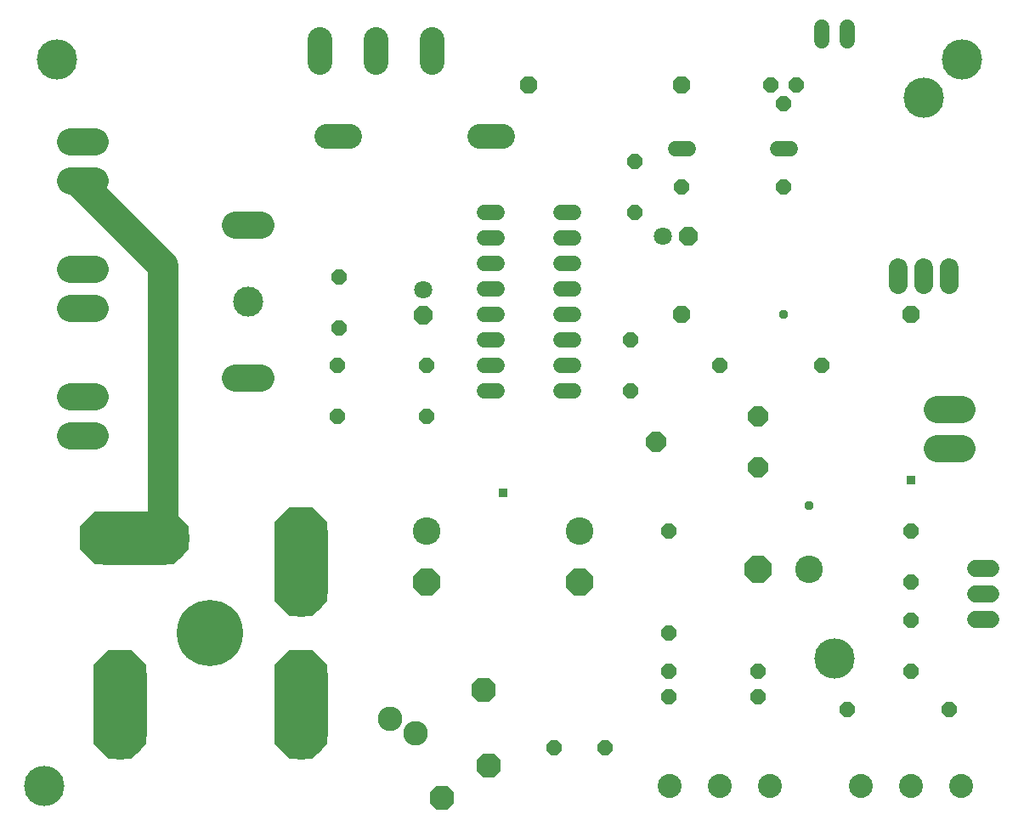
<source format=gbr>
G04 EAGLE Gerber RS-274X export*
G75*
%MOMM*%
%FSLAX34Y34*%
%LPD*%
%INSoldermask Bottom*%
%IPPOS*%
%AMOC8*
5,1,8,0,0,1.08239X$1,22.5*%
G01*
%ADD10C,4.013200*%
%ADD11C,3.048000*%
%ADD12C,5.308600*%
%ADD13P,5.718483X8X22.500000*%
%ADD14C,6.604000*%
%ADD15P,1.649562X8X22.500000*%
%ADD16P,1.649562X8X112.500000*%
%ADD17P,1.649562X8X292.500000*%
%ADD18C,1.524000*%
%ADD19C,2.451100*%
%ADD20C,2.743200*%
%ADD21C,2.997200*%
%ADD22C,1.727200*%
%ADD23C,2.717800*%
%ADD24P,1.649562X8X202.500000*%
%ADD25P,2.144431X8X112.500000*%
%ADD26C,1.879600*%
%ADD27P,2.653046X8X112.500000*%
%ADD28C,2.451100*%
%ADD29C,2.743200*%
%ADD30P,2.969212X8X292.500000*%
%ADD31C,2.387600*%
%ADD32P,1.869504X8X22.500000*%
%ADD33P,1.951982X8X292.500000*%
%ADD34C,1.803400*%
%ADD35P,2.969212X8X202.500000*%
%ADD36P,1.869504X8X202.500000*%
%ADD37P,1.951982X8X22.500000*%
%ADD38R,0.959600X0.959600*%
%ADD39C,0.959600*%


D10*
X50800Y762000D03*
X914400Y723900D03*
X952500Y762000D03*
X38100Y38100D03*
X825500Y165100D03*
X203200Y190500D03*
D11*
X155956Y556006D02*
X73152Y638810D01*
X155956Y556006D02*
X155956Y286512D01*
X154178Y284734D01*
D12*
X293624Y289814D02*
X293624Y233934D01*
X293624Y147066D02*
X293624Y91186D01*
X112776Y91186D02*
X112776Y147066D01*
X99822Y284988D02*
X155702Y284988D01*
D13*
X293624Y147066D03*
X293624Y91186D03*
X293624Y289814D03*
X293624Y233934D03*
X112776Y147066D03*
X112776Y91186D03*
X99822Y284988D03*
X155702Y284988D03*
D14*
X203200Y190500D03*
D15*
X546100Y76200D03*
X596900Y76200D03*
D16*
X622300Y431800D03*
X622300Y482600D03*
X419100Y406400D03*
X419100Y457200D03*
D17*
X330200Y457200D03*
X330200Y406400D03*
D16*
X901700Y241300D03*
X901700Y292100D03*
X901700Y152400D03*
X901700Y203200D03*
D18*
X679704Y673100D02*
X666496Y673100D01*
X768096Y673100D02*
X781304Y673100D01*
D19*
X493840Y685800D02*
X471361Y685800D01*
X341440Y685800D02*
X318961Y685800D01*
D20*
X254000Y596900D02*
X228600Y596900D01*
X228600Y444500D02*
X254000Y444500D01*
D21*
X241300Y520700D03*
D18*
X552196Y431800D02*
X565404Y431800D01*
X565404Y457200D02*
X552196Y457200D01*
X552196Y584200D02*
X565404Y584200D01*
X565404Y609600D02*
X552196Y609600D01*
X552196Y482600D02*
X565404Y482600D01*
X565404Y508000D02*
X552196Y508000D01*
X552196Y558800D02*
X565404Y558800D01*
X565404Y533400D02*
X552196Y533400D01*
X489204Y609600D02*
X475996Y609600D01*
X475996Y584200D02*
X489204Y584200D01*
X489204Y558800D02*
X475996Y558800D01*
X475996Y533400D02*
X489204Y533400D01*
X489204Y508000D02*
X475996Y508000D01*
X475996Y482600D02*
X489204Y482600D01*
X489204Y457200D02*
X475996Y457200D01*
X475996Y431800D02*
X489204Y431800D01*
D22*
X965708Y254508D02*
X980948Y254508D01*
X980948Y229108D02*
X965708Y229108D01*
X965708Y203708D02*
X980948Y203708D01*
D23*
X88773Y640588D02*
X63627Y640588D01*
X63627Y680212D02*
X88773Y680212D01*
X88773Y386588D02*
X63627Y386588D01*
X63627Y426212D02*
X88773Y426212D01*
X88773Y513588D02*
X63627Y513588D01*
X63627Y553212D02*
X88773Y553212D01*
X927227Y413512D02*
X952373Y413512D01*
X952373Y373888D02*
X927227Y373888D01*
D17*
X660400Y152400D03*
X660400Y127000D03*
X749300Y152400D03*
X749300Y127000D03*
D19*
X312420Y759651D02*
X312420Y782130D01*
X368300Y782130D02*
X368300Y759651D01*
X424180Y759651D02*
X424180Y782130D01*
D24*
X762000Y736600D03*
X774700Y717550D03*
X787400Y736600D03*
X774700Y635000D03*
X673100Y635000D03*
D16*
X660400Y190500D03*
X660400Y292100D03*
D15*
X838200Y114300D03*
X939800Y114300D03*
D25*
X749300Y355600D03*
X749300Y406400D03*
X647700Y381000D03*
D26*
X889000Y537718D02*
X889000Y554482D01*
X914400Y554482D02*
X914400Y537718D01*
X939800Y537718D02*
X939800Y554482D01*
D18*
X812800Y780796D02*
X812800Y794004D01*
X838200Y794004D02*
X838200Y780796D01*
D27*
X475488Y133604D03*
X480822Y58674D03*
X433832Y26162D03*
D28*
X407924Y90678D03*
X382778Y104648D03*
D29*
X419100Y292100D03*
D30*
X419100Y241300D03*
D29*
X571500Y292100D03*
D30*
X571500Y241300D03*
D15*
X711200Y457200D03*
X812800Y457200D03*
D31*
X661200Y38100D03*
X711200Y38100D03*
X761200Y38100D03*
X851700Y38100D03*
X901700Y38100D03*
X951700Y38100D03*
D32*
X673100Y508000D03*
X901700Y508000D03*
D33*
X415290Y507238D03*
D34*
X415290Y532638D03*
D29*
X800100Y254000D03*
D35*
X749300Y254000D03*
D36*
X673100Y736600D03*
X520700Y736600D03*
D37*
X679958Y586232D03*
D34*
X654558Y586232D03*
D16*
X331724Y494792D03*
X331724Y545592D03*
D17*
X626364Y660654D03*
X626364Y609854D03*
D38*
X495300Y330200D03*
X901700Y342900D03*
D39*
X800100Y317500D03*
X774700Y508000D03*
M02*

</source>
